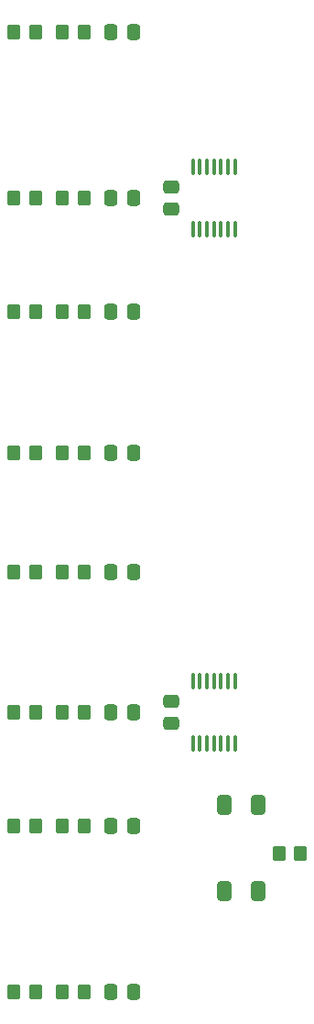
<source format=gtp>
%TF.GenerationSoftware,KiCad,Pcbnew,(6.0.0-rc1-415-g653c7b78d7)*%
%TF.CreationDate,2021-12-14T13:19:45-08:00*%
%TF.ProjectId,Detector,44657465-6374-46f7-922e-6b696361645f,rev?*%
%TF.SameCoordinates,Original*%
%TF.FileFunction,Paste,Top*%
%TF.FilePolarity,Positive*%
%FSLAX46Y46*%
G04 Gerber Fmt 4.6, Leading zero omitted, Abs format (unit mm)*
G04 Created by KiCad (PCBNEW (6.0.0-rc1-415-g653c7b78d7)) date 2021-12-14 13:19:45*
%MOMM*%
%LPD*%
G01*
G04 APERTURE LIST*
G04 Aperture macros list*
%AMRoundRect*
0 Rectangle with rounded corners*
0 $1 Rounding radius*
0 $2 $3 $4 $5 $6 $7 $8 $9 X,Y pos of 4 corners*
0 Add a 4 corners polygon primitive as box body*
4,1,4,$2,$3,$4,$5,$6,$7,$8,$9,$2,$3,0*
0 Add four circle primitives for the rounded corners*
1,1,$1+$1,$2,$3*
1,1,$1+$1,$4,$5*
1,1,$1+$1,$6,$7*
1,1,$1+$1,$8,$9*
0 Add four rect primitives between the rounded corners*
20,1,$1+$1,$2,$3,$4,$5,0*
20,1,$1+$1,$4,$5,$6,$7,0*
20,1,$1+$1,$6,$7,$8,$9,0*
20,1,$1+$1,$8,$9,$2,$3,0*%
G04 Aperture macros list end*
%ADD10RoundRect,0.250000X-0.337500X-0.475000X0.337500X-0.475000X0.337500X0.475000X-0.337500X0.475000X0*%
%ADD11RoundRect,0.250000X0.350000X0.450000X-0.350000X0.450000X-0.350000X-0.450000X0.350000X-0.450000X0*%
%ADD12RoundRect,0.250000X-0.350000X-0.450000X0.350000X-0.450000X0.350000X0.450000X-0.350000X0.450000X0*%
%ADD13RoundRect,0.250000X-0.475000X0.337500X-0.475000X-0.337500X0.475000X-0.337500X0.475000X0.337500X0*%
%ADD14RoundRect,0.100000X-0.100000X0.637500X-0.100000X-0.637500X0.100000X-0.637500X0.100000X0.637500X0*%
%ADD15RoundRect,0.250000X-0.412500X-0.650000X0.412500X-0.650000X0.412500X0.650000X-0.412500X0.650000X0*%
%ADD16RoundRect,0.250000X0.412500X0.650000X-0.412500X0.650000X-0.412500X-0.650000X0.412500X-0.650000X0*%
G04 APERTURE END LIST*
D10*
%TO.C,C6*%
X121687500Y-121060000D03*
X123762500Y-121060000D03*
%TD*%
D11*
%TO.C,R11*%
X114725000Y-121060000D03*
X112725000Y-121060000D03*
%TD*%
D12*
%TO.C,R8*%
X117225000Y-97060000D03*
X119225000Y-97060000D03*
%TD*%
D10*
%TO.C,C2*%
X121687500Y-73560000D03*
X123762500Y-73560000D03*
%TD*%
D12*
%TO.C,R2*%
X117225000Y-58260000D03*
X119225000Y-58260000D03*
%TD*%
D11*
%TO.C,R13*%
X114725000Y-131560000D03*
X112725000Y-131560000D03*
%TD*%
D13*
%TO.C,C9*%
X127225000Y-72522500D03*
X127225000Y-74597500D03*
%TD*%
D11*
%TO.C,R9*%
X114725000Y-108060000D03*
X112725000Y-108060000D03*
%TD*%
%TO.C,R5*%
X114725000Y-84060000D03*
X112725000Y-84060000D03*
%TD*%
%TO.C,R15*%
X114725000Y-146860000D03*
X112725000Y-146860000D03*
%TD*%
D10*
%TO.C,C1*%
X121687500Y-58260000D03*
X123762500Y-58260000D03*
%TD*%
D14*
%TO.C,U1*%
X133175000Y-70697500D03*
X132525000Y-70697500D03*
X131875000Y-70697500D03*
X131225000Y-70697500D03*
X130575000Y-70697500D03*
X129925000Y-70697500D03*
X129275000Y-70697500D03*
X129275000Y-76422500D03*
X129925000Y-76422500D03*
X130575000Y-76422500D03*
X131225000Y-76422500D03*
X131875000Y-76422500D03*
X132525000Y-76422500D03*
X133175000Y-76422500D03*
%TD*%
D10*
%TO.C,C7*%
X121687500Y-131560000D03*
X123762500Y-131560000D03*
%TD*%
D15*
%TO.C,C11*%
X132162500Y-137560000D03*
X135287500Y-137560000D03*
%TD*%
D12*
%TO.C,R17*%
X137225000Y-134060000D03*
X139225000Y-134060000D03*
%TD*%
D13*
%TO.C,C10*%
X127225000Y-120022500D03*
X127225000Y-122097500D03*
%TD*%
D12*
%TO.C,R6*%
X117225000Y-84060000D03*
X119225000Y-84060000D03*
%TD*%
D11*
%TO.C,R1*%
X114725000Y-58260000D03*
X112725000Y-58260000D03*
%TD*%
D12*
%TO.C,R14*%
X117225000Y-131560000D03*
X119225000Y-131560000D03*
%TD*%
D14*
%TO.C,U2*%
X133175000Y-118197500D03*
X132525000Y-118197500D03*
X131875000Y-118197500D03*
X131225000Y-118197500D03*
X130575000Y-118197500D03*
X129925000Y-118197500D03*
X129275000Y-118197500D03*
X129275000Y-123922500D03*
X129925000Y-123922500D03*
X130575000Y-123922500D03*
X131225000Y-123922500D03*
X131875000Y-123922500D03*
X132525000Y-123922500D03*
X133175000Y-123922500D03*
%TD*%
D12*
%TO.C,R10*%
X117225000Y-108060000D03*
X119225000Y-108060000D03*
%TD*%
%TO.C,R4*%
X117225000Y-73560000D03*
X119225000Y-73560000D03*
%TD*%
D10*
%TO.C,C8*%
X121687500Y-146860000D03*
X123762500Y-146860000D03*
%TD*%
D12*
%TO.C,R16*%
X117225000Y-146860000D03*
X119225000Y-146860000D03*
%TD*%
D11*
%TO.C,R7*%
X114725000Y-97060000D03*
X112725000Y-97060000D03*
%TD*%
D12*
%TO.C,R12*%
X117225000Y-121060000D03*
X119225000Y-121060000D03*
%TD*%
D10*
%TO.C,C5*%
X121687500Y-108060000D03*
X123762500Y-108060000D03*
%TD*%
%TO.C,C3*%
X121687500Y-84060000D03*
X123762500Y-84060000D03*
%TD*%
D11*
%TO.C,R3*%
X114725000Y-73560000D03*
X112725000Y-73560000D03*
%TD*%
D16*
%TO.C,C12*%
X135287500Y-129560000D03*
X132162500Y-129560000D03*
%TD*%
D10*
%TO.C,C4*%
X121687500Y-97060000D03*
X123762500Y-97060000D03*
%TD*%
M02*

</source>
